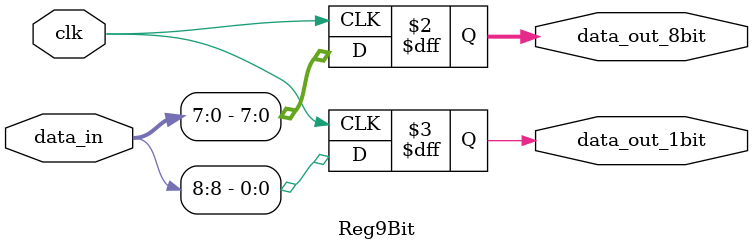
<source format=v>
module Reg16Bit (
    input wire [7:0] input_a,
    input wire [7:0] input_b,
    input wire clk,
    output reg [7:0] out_a,
    output reg [7:0] out_b
);

reg first_clk = 1'b1;
reg second_clk = 1'b0;


initial begin
    out_b <= 8'b00000000;
end

always @(posedge clk) begin
    
    if (first_clk) begin
      first_clk <= 1'b0; // Устанавливаем флаг после первого тактового сигнала
      second_clk <= 1'b1;
      out_b <= 8'b00000000; // Устанавливаем значение по умолчанию
      out_a <= input_a[7:0];
    end else if (second_clk) begin    
      first_clk <= 1'b0; // Устанавливаем флаг после первого тактового сигнала
      second_clk <= 1'b0;
      out_b <= 8'b00000000; // Устанавливаем значение по умолчанию
      out_a <= input_a[7:0];
    end else begin
        out_a <= input_a[7:0]; // Подключение первых 8 бит к out_a
        out_b <= input_b[7:0]; // Подключение последних 8 бит к out_b
    end
  end

endmodule

module Reg9Bit (
    input wire [8:0] data_in,
    input wire clk,
    output reg [7:0] data_out_8bit, // 8 битный выход
    output reg data_out_1bit // 1 битный выход
);

// Присваивание значения на выходе регистра
always @(posedge clk) begin
    data_out_8bit <= data_in[7:0]; // Присваивание младших 8 бит на 8-битный выход
    data_out_1bit <= data_in[8]; // Присваивание старшего бита на 1-битный выход
end

endmodule

</source>
